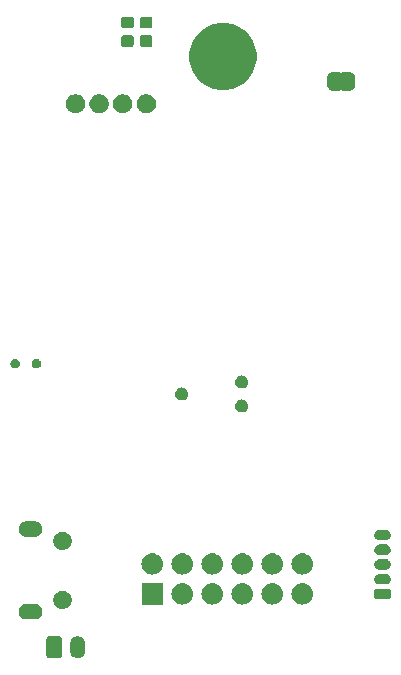
<source format=gbs>
G04 #@! TF.GenerationSoftware,KiCad,Pcbnew,(5.0.1-3-g963ef8bb5)*
G04 #@! TF.CreationDate,2019-11-25T00:54:11+01:00*
G04 #@! TF.ProjectId,oibus-mini-CCC,6F696275732D6D696E692D4343432E6B,rev?*
G04 #@! TF.SameCoordinates,Original*
G04 #@! TF.FileFunction,Soldermask,Bot*
G04 #@! TF.FilePolarity,Negative*
%FSLAX46Y46*%
G04 Gerber Fmt 4.6, Leading zero omitted, Abs format (unit mm)*
G04 Created by KiCad (PCBNEW (5.0.1-3-g963ef8bb5)) date 2019 November 25, Monday 00:54:11*
%MOMM*%
%LPD*%
G01*
G04 APERTURE LIST*
%ADD10C,0.149860*%
G04 APERTURE END LIST*
D10*
G36*
X6327617Y6916580D02*
X6409426Y6891763D01*
X6450332Y6879355D01*
X6472544Y6867482D01*
X6563425Y6818905D01*
X6563427Y6818904D01*
X6563426Y6818904D01*
X6636965Y6758553D01*
X6662553Y6737553D01*
X6743905Y6638426D01*
X6743906Y6638424D01*
X6804355Y6525333D01*
X6816763Y6484427D01*
X6841580Y6402618D01*
X6851000Y6306973D01*
X6851000Y5693027D01*
X6841580Y5597382D01*
X6816763Y5515573D01*
X6804355Y5474667D01*
X6750819Y5374509D01*
X6743905Y5361574D01*
X6662553Y5262447D01*
X6563426Y5181095D01*
X6563424Y5181094D01*
X6450333Y5120645D01*
X6409427Y5108237D01*
X6327618Y5083420D01*
X6200000Y5070851D01*
X6072383Y5083420D01*
X5990574Y5108237D01*
X5949668Y5120645D01*
X5836577Y5181094D01*
X5836575Y5181095D01*
X5737448Y5262447D01*
X5656095Y5361574D01*
X5615795Y5436970D01*
X5595645Y5474667D01*
X5583237Y5515573D01*
X5558420Y5597382D01*
X5549000Y5693027D01*
X5549000Y6306972D01*
X5558420Y6402617D01*
X5595645Y6525331D01*
X5595645Y6525332D01*
X5627957Y6585782D01*
X5656095Y6638425D01*
X5737447Y6737553D01*
X5836574Y6818905D01*
X5871400Y6837520D01*
X5949667Y6879355D01*
X5990573Y6891763D01*
X6072382Y6916580D01*
X6200000Y6929149D01*
X6327617Y6916580D01*
X6327617Y6916580D01*
G37*
G36*
X4691242Y6921596D02*
X4728339Y6910343D01*
X4762520Y6892073D01*
X4792482Y6867482D01*
X4817073Y6837520D01*
X4835343Y6803339D01*
X4846596Y6766242D01*
X4851000Y6721527D01*
X4851000Y5278473D01*
X4846596Y5233758D01*
X4835343Y5196661D01*
X4817073Y5162480D01*
X4792482Y5132518D01*
X4762520Y5107927D01*
X4728339Y5089657D01*
X4691242Y5078404D01*
X4646527Y5074000D01*
X3753473Y5074000D01*
X3708758Y5078404D01*
X3671661Y5089657D01*
X3637480Y5107927D01*
X3607518Y5132518D01*
X3582927Y5162480D01*
X3564657Y5196661D01*
X3553404Y5233758D01*
X3549000Y5278473D01*
X3549000Y6721527D01*
X3553404Y6766242D01*
X3564657Y6803339D01*
X3582927Y6837520D01*
X3607518Y6867482D01*
X3637480Y6892073D01*
X3671661Y6910343D01*
X3708758Y6921596D01*
X3753473Y6926000D01*
X4646527Y6926000D01*
X4691242Y6921596D01*
X4691242Y6921596D01*
G37*
G36*
X2613855Y9647860D02*
X2677618Y9641580D01*
X2759427Y9616763D01*
X2800333Y9604355D01*
X2810351Y9599000D01*
X2913426Y9543905D01*
X3012553Y9462553D01*
X3093905Y9363426D01*
X3093906Y9363424D01*
X3154355Y9250333D01*
X3154355Y9250332D01*
X3191580Y9127618D01*
X3204149Y9000000D01*
X3191580Y8872382D01*
X3166763Y8790573D01*
X3154355Y8749667D01*
X3100819Y8649509D01*
X3093905Y8636574D01*
X3012553Y8537447D01*
X2913426Y8456095D01*
X2913424Y8456094D01*
X2800333Y8395645D01*
X2759427Y8383237D01*
X2677618Y8358420D01*
X2613855Y8352140D01*
X2581974Y8349000D01*
X1818026Y8349000D01*
X1786145Y8352140D01*
X1722382Y8358420D01*
X1640573Y8383237D01*
X1599667Y8395645D01*
X1486576Y8456094D01*
X1486574Y8456095D01*
X1387447Y8537447D01*
X1306095Y8636574D01*
X1299181Y8649509D01*
X1245645Y8749667D01*
X1233237Y8790573D01*
X1208420Y8872382D01*
X1195851Y9000000D01*
X1208420Y9127618D01*
X1245645Y9250332D01*
X1245645Y9250333D01*
X1306094Y9363424D01*
X1306095Y9363426D01*
X1387447Y9462553D01*
X1486574Y9543905D01*
X1589649Y9599000D01*
X1599667Y9604355D01*
X1640573Y9616763D01*
X1722382Y9641580D01*
X1786145Y9647860D01*
X1818026Y9651000D01*
X2581974Y9651000D01*
X2613855Y9647860D01*
X2613855Y9647860D01*
G37*
G36*
X5126349Y10746180D02*
X5126352Y10746179D01*
X5126351Y10746179D01*
X5267574Y10687683D01*
X5267575Y10687682D01*
X5394674Y10602757D01*
X5502757Y10494674D01*
X5502759Y10494671D01*
X5587683Y10367574D01*
X5626235Y10274500D01*
X5646180Y10226349D01*
X5676000Y10076431D01*
X5676000Y9923569D01*
X5646180Y9773651D01*
X5646179Y9773649D01*
X5587683Y9632426D01*
X5587682Y9632425D01*
X5502757Y9505326D01*
X5394674Y9397243D01*
X5394671Y9397241D01*
X5267574Y9312317D01*
X5158343Y9267073D01*
X5126349Y9253820D01*
X4976431Y9224000D01*
X4823569Y9224000D01*
X4673651Y9253820D01*
X4641657Y9267073D01*
X4532426Y9312317D01*
X4405329Y9397241D01*
X4405326Y9397243D01*
X4297243Y9505326D01*
X4212318Y9632425D01*
X4212317Y9632426D01*
X4153821Y9773649D01*
X4153820Y9773651D01*
X4124000Y9923569D01*
X4124000Y10076431D01*
X4153820Y10226349D01*
X4173765Y10274500D01*
X4212317Y10367574D01*
X4297241Y10494671D01*
X4297243Y10494674D01*
X4405326Y10602757D01*
X4532425Y10687682D01*
X4532426Y10687683D01*
X4673649Y10746179D01*
X4673648Y10746179D01*
X4673651Y10746180D01*
X4823569Y10776000D01*
X4976431Y10776000D01*
X5126349Y10746180D01*
X5126349Y10746180D01*
G37*
G36*
X15150442Y11394482D02*
X15216627Y11387963D01*
X15329853Y11353616D01*
X15386467Y11336443D01*
X15525087Y11262348D01*
X15542991Y11252778D01*
X15578729Y11223448D01*
X15680186Y11140186D01*
X15763448Y11038729D01*
X15792778Y11002991D01*
X15792779Y11002989D01*
X15876443Y10846467D01*
X15876443Y10846466D01*
X15927963Y10676627D01*
X15945359Y10500000D01*
X15927963Y10323373D01*
X15899792Y10230507D01*
X15876443Y10153533D01*
X15835229Y10076429D01*
X15792778Y9997009D01*
X15763448Y9961271D01*
X15680186Y9859814D01*
X15578729Y9776552D01*
X15542991Y9747222D01*
X15542989Y9747221D01*
X15386467Y9663557D01*
X15345071Y9651000D01*
X15216627Y9612037D01*
X15150443Y9605519D01*
X15084260Y9599000D01*
X14995740Y9599000D01*
X14929557Y9605519D01*
X14863373Y9612037D01*
X14734929Y9651000D01*
X14693533Y9663557D01*
X14537011Y9747221D01*
X14537009Y9747222D01*
X14501271Y9776552D01*
X14399814Y9859814D01*
X14316552Y9961271D01*
X14287222Y9997009D01*
X14244771Y10076429D01*
X14203557Y10153533D01*
X14180208Y10230507D01*
X14152037Y10323373D01*
X14134641Y10500000D01*
X14152037Y10676627D01*
X14203557Y10846466D01*
X14203557Y10846467D01*
X14287221Y11002989D01*
X14287222Y11002991D01*
X14316552Y11038729D01*
X14399814Y11140186D01*
X14501271Y11223448D01*
X14537009Y11252778D01*
X14554913Y11262348D01*
X14693533Y11336443D01*
X14750147Y11353616D01*
X14863373Y11387963D01*
X14929558Y11394482D01*
X14995740Y11401000D01*
X15084260Y11401000D01*
X15150442Y11394482D01*
X15150442Y11394482D01*
G37*
G36*
X13401000Y9599000D02*
X11599000Y9599000D01*
X11599000Y11401000D01*
X13401000Y11401000D01*
X13401000Y9599000D01*
X13401000Y9599000D01*
G37*
G36*
X20230442Y11394482D02*
X20296627Y11387963D01*
X20409853Y11353616D01*
X20466467Y11336443D01*
X20605087Y11262348D01*
X20622991Y11252778D01*
X20658729Y11223448D01*
X20760186Y11140186D01*
X20843448Y11038729D01*
X20872778Y11002991D01*
X20872779Y11002989D01*
X20956443Y10846467D01*
X20956443Y10846466D01*
X21007963Y10676627D01*
X21025359Y10500000D01*
X21007963Y10323373D01*
X20979792Y10230507D01*
X20956443Y10153533D01*
X20915229Y10076429D01*
X20872778Y9997009D01*
X20843448Y9961271D01*
X20760186Y9859814D01*
X20658729Y9776552D01*
X20622991Y9747222D01*
X20622989Y9747221D01*
X20466467Y9663557D01*
X20425071Y9651000D01*
X20296627Y9612037D01*
X20230443Y9605519D01*
X20164260Y9599000D01*
X20075740Y9599000D01*
X20009557Y9605519D01*
X19943373Y9612037D01*
X19814929Y9651000D01*
X19773533Y9663557D01*
X19617011Y9747221D01*
X19617009Y9747222D01*
X19581271Y9776552D01*
X19479814Y9859814D01*
X19396552Y9961271D01*
X19367222Y9997009D01*
X19324771Y10076429D01*
X19283557Y10153533D01*
X19260208Y10230507D01*
X19232037Y10323373D01*
X19214641Y10500000D01*
X19232037Y10676627D01*
X19283557Y10846466D01*
X19283557Y10846467D01*
X19367221Y11002989D01*
X19367222Y11002991D01*
X19396552Y11038729D01*
X19479814Y11140186D01*
X19581271Y11223448D01*
X19617009Y11252778D01*
X19634913Y11262348D01*
X19773533Y11336443D01*
X19830147Y11353616D01*
X19943373Y11387963D01*
X20009558Y11394482D01*
X20075740Y11401000D01*
X20164260Y11401000D01*
X20230442Y11394482D01*
X20230442Y11394482D01*
G37*
G36*
X22770442Y11394482D02*
X22836627Y11387963D01*
X22949853Y11353616D01*
X23006467Y11336443D01*
X23145087Y11262348D01*
X23162991Y11252778D01*
X23198729Y11223448D01*
X23300186Y11140186D01*
X23383448Y11038729D01*
X23412778Y11002991D01*
X23412779Y11002989D01*
X23496443Y10846467D01*
X23496443Y10846466D01*
X23547963Y10676627D01*
X23565359Y10500000D01*
X23547963Y10323373D01*
X23519792Y10230507D01*
X23496443Y10153533D01*
X23455229Y10076429D01*
X23412778Y9997009D01*
X23383448Y9961271D01*
X23300186Y9859814D01*
X23198729Y9776552D01*
X23162991Y9747222D01*
X23162989Y9747221D01*
X23006467Y9663557D01*
X22965071Y9651000D01*
X22836627Y9612037D01*
X22770443Y9605519D01*
X22704260Y9599000D01*
X22615740Y9599000D01*
X22549557Y9605519D01*
X22483373Y9612037D01*
X22354929Y9651000D01*
X22313533Y9663557D01*
X22157011Y9747221D01*
X22157009Y9747222D01*
X22121271Y9776552D01*
X22019814Y9859814D01*
X21936552Y9961271D01*
X21907222Y9997009D01*
X21864771Y10076429D01*
X21823557Y10153533D01*
X21800208Y10230507D01*
X21772037Y10323373D01*
X21754641Y10500000D01*
X21772037Y10676627D01*
X21823557Y10846466D01*
X21823557Y10846467D01*
X21907221Y11002989D01*
X21907222Y11002991D01*
X21936552Y11038729D01*
X22019814Y11140186D01*
X22121271Y11223448D01*
X22157009Y11252778D01*
X22174913Y11262348D01*
X22313533Y11336443D01*
X22370147Y11353616D01*
X22483373Y11387963D01*
X22549558Y11394482D01*
X22615740Y11401000D01*
X22704260Y11401000D01*
X22770442Y11394482D01*
X22770442Y11394482D01*
G37*
G36*
X25310442Y11394482D02*
X25376627Y11387963D01*
X25489853Y11353616D01*
X25546467Y11336443D01*
X25685087Y11262348D01*
X25702991Y11252778D01*
X25738729Y11223448D01*
X25840186Y11140186D01*
X25923448Y11038729D01*
X25952778Y11002991D01*
X25952779Y11002989D01*
X26036443Y10846467D01*
X26036443Y10846466D01*
X26087963Y10676627D01*
X26105359Y10500000D01*
X26087963Y10323373D01*
X26059792Y10230507D01*
X26036443Y10153533D01*
X25995229Y10076429D01*
X25952778Y9997009D01*
X25923448Y9961271D01*
X25840186Y9859814D01*
X25738729Y9776552D01*
X25702991Y9747222D01*
X25702989Y9747221D01*
X25546467Y9663557D01*
X25505071Y9651000D01*
X25376627Y9612037D01*
X25310443Y9605519D01*
X25244260Y9599000D01*
X25155740Y9599000D01*
X25089557Y9605519D01*
X25023373Y9612037D01*
X24894929Y9651000D01*
X24853533Y9663557D01*
X24697011Y9747221D01*
X24697009Y9747222D01*
X24661271Y9776552D01*
X24559814Y9859814D01*
X24476552Y9961271D01*
X24447222Y9997009D01*
X24404771Y10076429D01*
X24363557Y10153533D01*
X24340208Y10230507D01*
X24312037Y10323373D01*
X24294641Y10500000D01*
X24312037Y10676627D01*
X24363557Y10846466D01*
X24363557Y10846467D01*
X24447221Y11002989D01*
X24447222Y11002991D01*
X24476552Y11038729D01*
X24559814Y11140186D01*
X24661271Y11223448D01*
X24697009Y11252778D01*
X24714913Y11262348D01*
X24853533Y11336443D01*
X24910147Y11353616D01*
X25023373Y11387963D01*
X25089558Y11394482D01*
X25155740Y11401000D01*
X25244260Y11401000D01*
X25310442Y11394482D01*
X25310442Y11394482D01*
G37*
G36*
X17690442Y11394482D02*
X17756627Y11387963D01*
X17869853Y11353616D01*
X17926467Y11336443D01*
X18065087Y11262348D01*
X18082991Y11252778D01*
X18118729Y11223448D01*
X18220186Y11140186D01*
X18303448Y11038729D01*
X18332778Y11002991D01*
X18332779Y11002989D01*
X18416443Y10846467D01*
X18416443Y10846466D01*
X18467963Y10676627D01*
X18485359Y10500000D01*
X18467963Y10323373D01*
X18439792Y10230507D01*
X18416443Y10153533D01*
X18375229Y10076429D01*
X18332778Y9997009D01*
X18303448Y9961271D01*
X18220186Y9859814D01*
X18118729Y9776552D01*
X18082991Y9747222D01*
X18082989Y9747221D01*
X17926467Y9663557D01*
X17885071Y9651000D01*
X17756627Y9612037D01*
X17690443Y9605519D01*
X17624260Y9599000D01*
X17535740Y9599000D01*
X17469557Y9605519D01*
X17403373Y9612037D01*
X17274929Y9651000D01*
X17233533Y9663557D01*
X17077011Y9747221D01*
X17077009Y9747222D01*
X17041271Y9776552D01*
X16939814Y9859814D01*
X16856552Y9961271D01*
X16827222Y9997009D01*
X16784771Y10076429D01*
X16743557Y10153533D01*
X16720208Y10230507D01*
X16692037Y10323373D01*
X16674641Y10500000D01*
X16692037Y10676627D01*
X16743557Y10846466D01*
X16743557Y10846467D01*
X16827221Y11002989D01*
X16827222Y11002991D01*
X16856552Y11038729D01*
X16939814Y11140186D01*
X17041271Y11223448D01*
X17077009Y11252778D01*
X17094913Y11262348D01*
X17233533Y11336443D01*
X17290147Y11353616D01*
X17403373Y11387963D01*
X17469558Y11394482D01*
X17535740Y11401000D01*
X17624260Y11401000D01*
X17690442Y11394482D01*
X17690442Y11394482D01*
G37*
G36*
X32569683Y10947275D02*
X32600144Y10938034D01*
X32628223Y10923025D01*
X32652831Y10902831D01*
X32673025Y10878223D01*
X32688034Y10850144D01*
X32697275Y10819683D01*
X32701000Y10781860D01*
X32701000Y10218140D01*
X32697275Y10180317D01*
X32688034Y10149856D01*
X32673025Y10121777D01*
X32652831Y10097169D01*
X32628223Y10076975D01*
X32600144Y10061966D01*
X32569683Y10052725D01*
X32531860Y10049000D01*
X31468140Y10049000D01*
X31430317Y10052725D01*
X31399856Y10061966D01*
X31371777Y10076975D01*
X31347169Y10097169D01*
X31326975Y10121777D01*
X31311966Y10149856D01*
X31302725Y10180317D01*
X31299000Y10218140D01*
X31299000Y10781860D01*
X31302725Y10819683D01*
X31311966Y10850144D01*
X31326975Y10878223D01*
X31347169Y10902831D01*
X31371777Y10923025D01*
X31399856Y10938034D01*
X31430317Y10947275D01*
X31468140Y10951000D01*
X32531860Y10951000D01*
X32569683Y10947275D01*
X32569683Y10947275D01*
G37*
G36*
X32338413Y12194475D02*
X32413456Y12171710D01*
X32423425Y12168686D01*
X32501774Y12126807D01*
X32570448Y12070448D01*
X32626807Y12001774D01*
X32668686Y11923425D01*
X32668687Y11923421D01*
X32694475Y11838413D01*
X32703182Y11750000D01*
X32694475Y11661587D01*
X32671710Y11586544D01*
X32668686Y11576575D01*
X32626807Y11498226D01*
X32570448Y11429552D01*
X32501774Y11373193D01*
X32423425Y11331314D01*
X32413456Y11328290D01*
X32338413Y11305525D01*
X32272158Y11299000D01*
X31727842Y11299000D01*
X31661587Y11305525D01*
X31586544Y11328290D01*
X31576575Y11331314D01*
X31498226Y11373193D01*
X31429552Y11429552D01*
X31373193Y11498226D01*
X31331314Y11576575D01*
X31328290Y11586544D01*
X31305525Y11661587D01*
X31296818Y11750000D01*
X31305525Y11838413D01*
X31331313Y11923421D01*
X31331314Y11923425D01*
X31373193Y12001774D01*
X31429552Y12070448D01*
X31498226Y12126807D01*
X31576575Y12168686D01*
X31586544Y12171710D01*
X31661587Y12194475D01*
X31727842Y12201000D01*
X32272158Y12201000D01*
X32338413Y12194475D01*
X32338413Y12194475D01*
G37*
G36*
X17690443Y13934481D02*
X17756627Y13927963D01*
X17869853Y13893616D01*
X17926467Y13876443D01*
X18010896Y13831314D01*
X18082991Y13792778D01*
X18118729Y13763448D01*
X18220186Y13680186D01*
X18303448Y13578729D01*
X18332778Y13542991D01*
X18332779Y13542989D01*
X18416443Y13386467D01*
X18433616Y13329853D01*
X18467963Y13216627D01*
X18485359Y13040000D01*
X18467963Y12863373D01*
X18456800Y12826575D01*
X18416443Y12693533D01*
X18378845Y12623194D01*
X18332778Y12537009D01*
X18303448Y12501271D01*
X18220186Y12399814D01*
X18118729Y12316552D01*
X18082991Y12287222D01*
X18082989Y12287221D01*
X17926467Y12203557D01*
X17869853Y12186384D01*
X17756627Y12152037D01*
X17690443Y12145519D01*
X17624260Y12139000D01*
X17535740Y12139000D01*
X17469558Y12145518D01*
X17403373Y12152037D01*
X17290147Y12186384D01*
X17233533Y12203557D01*
X17077011Y12287221D01*
X17077009Y12287222D01*
X17041271Y12316552D01*
X16939814Y12399814D01*
X16856552Y12501271D01*
X16827222Y12537009D01*
X16781155Y12623194D01*
X16743557Y12693533D01*
X16703200Y12826575D01*
X16692037Y12863373D01*
X16674641Y13040000D01*
X16692037Y13216627D01*
X16726384Y13329853D01*
X16743557Y13386467D01*
X16827221Y13542989D01*
X16827222Y13542991D01*
X16856552Y13578729D01*
X16939814Y13680186D01*
X17041271Y13763448D01*
X17077009Y13792778D01*
X17149104Y13831314D01*
X17233533Y13876443D01*
X17290147Y13893616D01*
X17403373Y13927963D01*
X17469557Y13934481D01*
X17535740Y13941000D01*
X17624260Y13941000D01*
X17690443Y13934481D01*
X17690443Y13934481D01*
G37*
G36*
X20230443Y13934481D02*
X20296627Y13927963D01*
X20409853Y13893616D01*
X20466467Y13876443D01*
X20550896Y13831314D01*
X20622991Y13792778D01*
X20658729Y13763448D01*
X20760186Y13680186D01*
X20843448Y13578729D01*
X20872778Y13542991D01*
X20872779Y13542989D01*
X20956443Y13386467D01*
X20973616Y13329853D01*
X21007963Y13216627D01*
X21025359Y13040000D01*
X21007963Y12863373D01*
X20996800Y12826575D01*
X20956443Y12693533D01*
X20918845Y12623194D01*
X20872778Y12537009D01*
X20843448Y12501271D01*
X20760186Y12399814D01*
X20658729Y12316552D01*
X20622991Y12287222D01*
X20622989Y12287221D01*
X20466467Y12203557D01*
X20409853Y12186384D01*
X20296627Y12152037D01*
X20230443Y12145519D01*
X20164260Y12139000D01*
X20075740Y12139000D01*
X20009558Y12145518D01*
X19943373Y12152037D01*
X19830147Y12186384D01*
X19773533Y12203557D01*
X19617011Y12287221D01*
X19617009Y12287222D01*
X19581271Y12316552D01*
X19479814Y12399814D01*
X19396552Y12501271D01*
X19367222Y12537009D01*
X19321155Y12623194D01*
X19283557Y12693533D01*
X19243200Y12826575D01*
X19232037Y12863373D01*
X19214641Y13040000D01*
X19232037Y13216627D01*
X19266384Y13329853D01*
X19283557Y13386467D01*
X19367221Y13542989D01*
X19367222Y13542991D01*
X19396552Y13578729D01*
X19479814Y13680186D01*
X19581271Y13763448D01*
X19617009Y13792778D01*
X19689104Y13831314D01*
X19773533Y13876443D01*
X19830147Y13893616D01*
X19943373Y13927963D01*
X20009557Y13934481D01*
X20075740Y13941000D01*
X20164260Y13941000D01*
X20230443Y13934481D01*
X20230443Y13934481D01*
G37*
G36*
X22770443Y13934481D02*
X22836627Y13927963D01*
X22949853Y13893616D01*
X23006467Y13876443D01*
X23090896Y13831314D01*
X23162991Y13792778D01*
X23198729Y13763448D01*
X23300186Y13680186D01*
X23383448Y13578729D01*
X23412778Y13542991D01*
X23412779Y13542989D01*
X23496443Y13386467D01*
X23513616Y13329853D01*
X23547963Y13216627D01*
X23565359Y13040000D01*
X23547963Y12863373D01*
X23536800Y12826575D01*
X23496443Y12693533D01*
X23458845Y12623194D01*
X23412778Y12537009D01*
X23383448Y12501271D01*
X23300186Y12399814D01*
X23198729Y12316552D01*
X23162991Y12287222D01*
X23162989Y12287221D01*
X23006467Y12203557D01*
X22949853Y12186384D01*
X22836627Y12152037D01*
X22770443Y12145519D01*
X22704260Y12139000D01*
X22615740Y12139000D01*
X22549558Y12145518D01*
X22483373Y12152037D01*
X22370147Y12186384D01*
X22313533Y12203557D01*
X22157011Y12287221D01*
X22157009Y12287222D01*
X22121271Y12316552D01*
X22019814Y12399814D01*
X21936552Y12501271D01*
X21907222Y12537009D01*
X21861155Y12623194D01*
X21823557Y12693533D01*
X21783200Y12826575D01*
X21772037Y12863373D01*
X21754641Y13040000D01*
X21772037Y13216627D01*
X21806384Y13329853D01*
X21823557Y13386467D01*
X21907221Y13542989D01*
X21907222Y13542991D01*
X21936552Y13578729D01*
X22019814Y13680186D01*
X22121271Y13763448D01*
X22157009Y13792778D01*
X22229104Y13831314D01*
X22313533Y13876443D01*
X22370147Y13893616D01*
X22483373Y13927963D01*
X22549557Y13934481D01*
X22615740Y13941000D01*
X22704260Y13941000D01*
X22770443Y13934481D01*
X22770443Y13934481D01*
G37*
G36*
X12610443Y13934481D02*
X12676627Y13927963D01*
X12789853Y13893616D01*
X12846467Y13876443D01*
X12930896Y13831314D01*
X13002991Y13792778D01*
X13038729Y13763448D01*
X13140186Y13680186D01*
X13223448Y13578729D01*
X13252778Y13542991D01*
X13252779Y13542989D01*
X13336443Y13386467D01*
X13353616Y13329853D01*
X13387963Y13216627D01*
X13405359Y13040000D01*
X13387963Y12863373D01*
X13376800Y12826575D01*
X13336443Y12693533D01*
X13298845Y12623194D01*
X13252778Y12537009D01*
X13223448Y12501271D01*
X13140186Y12399814D01*
X13038729Y12316552D01*
X13002991Y12287222D01*
X13002989Y12287221D01*
X12846467Y12203557D01*
X12789853Y12186384D01*
X12676627Y12152037D01*
X12610443Y12145519D01*
X12544260Y12139000D01*
X12455740Y12139000D01*
X12389558Y12145518D01*
X12323373Y12152037D01*
X12210147Y12186384D01*
X12153533Y12203557D01*
X11997011Y12287221D01*
X11997009Y12287222D01*
X11961271Y12316552D01*
X11859814Y12399814D01*
X11776552Y12501271D01*
X11747222Y12537009D01*
X11701155Y12623194D01*
X11663557Y12693533D01*
X11623200Y12826575D01*
X11612037Y12863373D01*
X11594641Y13040000D01*
X11612037Y13216627D01*
X11646384Y13329853D01*
X11663557Y13386467D01*
X11747221Y13542989D01*
X11747222Y13542991D01*
X11776552Y13578729D01*
X11859814Y13680186D01*
X11961271Y13763448D01*
X11997009Y13792778D01*
X12069104Y13831314D01*
X12153533Y13876443D01*
X12210147Y13893616D01*
X12323373Y13927963D01*
X12389557Y13934481D01*
X12455740Y13941000D01*
X12544260Y13941000D01*
X12610443Y13934481D01*
X12610443Y13934481D01*
G37*
G36*
X15150443Y13934481D02*
X15216627Y13927963D01*
X15329853Y13893616D01*
X15386467Y13876443D01*
X15470896Y13831314D01*
X15542991Y13792778D01*
X15578729Y13763448D01*
X15680186Y13680186D01*
X15763448Y13578729D01*
X15792778Y13542991D01*
X15792779Y13542989D01*
X15876443Y13386467D01*
X15893616Y13329853D01*
X15927963Y13216627D01*
X15945359Y13040000D01*
X15927963Y12863373D01*
X15916800Y12826575D01*
X15876443Y12693533D01*
X15838845Y12623194D01*
X15792778Y12537009D01*
X15763448Y12501271D01*
X15680186Y12399814D01*
X15578729Y12316552D01*
X15542991Y12287222D01*
X15542989Y12287221D01*
X15386467Y12203557D01*
X15329853Y12186384D01*
X15216627Y12152037D01*
X15150443Y12145519D01*
X15084260Y12139000D01*
X14995740Y12139000D01*
X14929558Y12145518D01*
X14863373Y12152037D01*
X14750147Y12186384D01*
X14693533Y12203557D01*
X14537011Y12287221D01*
X14537009Y12287222D01*
X14501271Y12316552D01*
X14399814Y12399814D01*
X14316552Y12501271D01*
X14287222Y12537009D01*
X14241155Y12623194D01*
X14203557Y12693533D01*
X14163200Y12826575D01*
X14152037Y12863373D01*
X14134641Y13040000D01*
X14152037Y13216627D01*
X14186384Y13329853D01*
X14203557Y13386467D01*
X14287221Y13542989D01*
X14287222Y13542991D01*
X14316552Y13578729D01*
X14399814Y13680186D01*
X14501271Y13763448D01*
X14537009Y13792778D01*
X14609104Y13831314D01*
X14693533Y13876443D01*
X14750147Y13893616D01*
X14863373Y13927963D01*
X14929557Y13934481D01*
X14995740Y13941000D01*
X15084260Y13941000D01*
X15150443Y13934481D01*
X15150443Y13934481D01*
G37*
G36*
X25310443Y13934481D02*
X25376627Y13927963D01*
X25489853Y13893616D01*
X25546467Y13876443D01*
X25630896Y13831314D01*
X25702991Y13792778D01*
X25738729Y13763448D01*
X25840186Y13680186D01*
X25923448Y13578729D01*
X25952778Y13542991D01*
X25952779Y13542989D01*
X26036443Y13386467D01*
X26053616Y13329853D01*
X26087963Y13216627D01*
X26105359Y13040000D01*
X26087963Y12863373D01*
X26076800Y12826575D01*
X26036443Y12693533D01*
X25998845Y12623194D01*
X25952778Y12537009D01*
X25923448Y12501271D01*
X25840186Y12399814D01*
X25738729Y12316552D01*
X25702991Y12287222D01*
X25702989Y12287221D01*
X25546467Y12203557D01*
X25489853Y12186384D01*
X25376627Y12152037D01*
X25310443Y12145519D01*
X25244260Y12139000D01*
X25155740Y12139000D01*
X25089558Y12145518D01*
X25023373Y12152037D01*
X24910147Y12186384D01*
X24853533Y12203557D01*
X24697011Y12287221D01*
X24697009Y12287222D01*
X24661271Y12316552D01*
X24559814Y12399814D01*
X24476552Y12501271D01*
X24447222Y12537009D01*
X24401155Y12623194D01*
X24363557Y12693533D01*
X24323200Y12826575D01*
X24312037Y12863373D01*
X24294641Y13040000D01*
X24312037Y13216627D01*
X24346384Y13329853D01*
X24363557Y13386467D01*
X24447221Y13542989D01*
X24447222Y13542991D01*
X24476552Y13578729D01*
X24559814Y13680186D01*
X24661271Y13763448D01*
X24697009Y13792778D01*
X24769104Y13831314D01*
X24853533Y13876443D01*
X24910147Y13893616D01*
X25023373Y13927963D01*
X25089557Y13934481D01*
X25155740Y13941000D01*
X25244260Y13941000D01*
X25310443Y13934481D01*
X25310443Y13934481D01*
G37*
G36*
X32338413Y13444475D02*
X32413456Y13421710D01*
X32423425Y13418686D01*
X32501774Y13376807D01*
X32570448Y13320448D01*
X32626807Y13251774D01*
X32668686Y13173425D01*
X32668687Y13173421D01*
X32694475Y13088413D01*
X32703182Y13000000D01*
X32694475Y12911587D01*
X32671710Y12836544D01*
X32668686Y12826575D01*
X32626807Y12748226D01*
X32570448Y12679552D01*
X32501774Y12623193D01*
X32423425Y12581314D01*
X32413456Y12578290D01*
X32338413Y12555525D01*
X32272158Y12549000D01*
X31727842Y12549000D01*
X31661587Y12555525D01*
X31586544Y12578290D01*
X31576575Y12581314D01*
X31498226Y12623193D01*
X31429552Y12679552D01*
X31373193Y12748226D01*
X31331314Y12826575D01*
X31328290Y12836544D01*
X31305525Y12911587D01*
X31296818Y13000000D01*
X31305525Y13088413D01*
X31331313Y13173421D01*
X31331314Y13173425D01*
X31373193Y13251774D01*
X31429552Y13320448D01*
X31498226Y13376807D01*
X31576575Y13418686D01*
X31586544Y13421710D01*
X31661587Y13444475D01*
X31727842Y13451000D01*
X32272158Y13451000D01*
X32338413Y13444475D01*
X32338413Y13444475D01*
G37*
G36*
X32338413Y14694475D02*
X32413456Y14671710D01*
X32423425Y14668686D01*
X32501774Y14626807D01*
X32570448Y14570448D01*
X32626807Y14501774D01*
X32668686Y14423425D01*
X32668687Y14423421D01*
X32694475Y14338413D01*
X32703182Y14250000D01*
X32694475Y14161587D01*
X32671710Y14086544D01*
X32668686Y14076575D01*
X32626807Y13998226D01*
X32570448Y13929552D01*
X32501774Y13873193D01*
X32423425Y13831314D01*
X32413456Y13828290D01*
X32338413Y13805525D01*
X32272158Y13799000D01*
X31727842Y13799000D01*
X31661587Y13805525D01*
X31586544Y13828290D01*
X31576575Y13831314D01*
X31498226Y13873193D01*
X31429552Y13929552D01*
X31373193Y13998226D01*
X31331314Y14076575D01*
X31328290Y14086544D01*
X31305525Y14161587D01*
X31296818Y14250000D01*
X31305525Y14338413D01*
X31331313Y14423421D01*
X31331314Y14423425D01*
X31373193Y14501774D01*
X31429552Y14570448D01*
X31498226Y14626807D01*
X31576575Y14668686D01*
X31586544Y14671710D01*
X31661587Y14694475D01*
X31727842Y14701000D01*
X32272158Y14701000D01*
X32338413Y14694475D01*
X32338413Y14694475D01*
G37*
G36*
X5126349Y15746180D02*
X5126352Y15746179D01*
X5126351Y15746179D01*
X5267574Y15687683D01*
X5392956Y15603905D01*
X5394674Y15602757D01*
X5502757Y15494674D01*
X5502759Y15494671D01*
X5587683Y15367574D01*
X5604665Y15326575D01*
X5646180Y15226349D01*
X5676000Y15076431D01*
X5676000Y14923569D01*
X5646180Y14773651D01*
X5646179Y14773649D01*
X5587683Y14632426D01*
X5546270Y14570448D01*
X5502757Y14505326D01*
X5394674Y14397243D01*
X5394671Y14397241D01*
X5267574Y14312317D01*
X5158343Y14267073D01*
X5126349Y14253820D01*
X4976431Y14224000D01*
X4823569Y14224000D01*
X4673651Y14253820D01*
X4641657Y14267073D01*
X4532426Y14312317D01*
X4405329Y14397241D01*
X4405326Y14397243D01*
X4297243Y14505326D01*
X4253730Y14570448D01*
X4212317Y14632426D01*
X4153821Y14773649D01*
X4153820Y14773651D01*
X4124000Y14923569D01*
X4124000Y15076431D01*
X4153820Y15226349D01*
X4195335Y15326575D01*
X4212317Y15367574D01*
X4297241Y15494671D01*
X4297243Y15494674D01*
X4405326Y15602757D01*
X4407044Y15603905D01*
X4532426Y15687683D01*
X4673649Y15746179D01*
X4673648Y15746179D01*
X4673651Y15746180D01*
X4823569Y15776000D01*
X4976431Y15776000D01*
X5126349Y15746180D01*
X5126349Y15746180D01*
G37*
G36*
X32338413Y15944475D02*
X32413456Y15921710D01*
X32423425Y15918686D01*
X32501774Y15876807D01*
X32570448Y15820448D01*
X32626807Y15751774D01*
X32668686Y15673425D01*
X32668687Y15673421D01*
X32694475Y15588413D01*
X32703182Y15500000D01*
X32694475Y15411587D01*
X32671710Y15336544D01*
X32668686Y15326575D01*
X32626807Y15248226D01*
X32570448Y15179552D01*
X32501774Y15123193D01*
X32423425Y15081314D01*
X32413456Y15078290D01*
X32338413Y15055525D01*
X32272158Y15049000D01*
X31727842Y15049000D01*
X31661587Y15055525D01*
X31586544Y15078290D01*
X31576575Y15081314D01*
X31498226Y15123193D01*
X31429552Y15179552D01*
X31373193Y15248226D01*
X31331314Y15326575D01*
X31328290Y15336544D01*
X31305525Y15411587D01*
X31296818Y15500000D01*
X31305525Y15588413D01*
X31331313Y15673421D01*
X31331314Y15673425D01*
X31373193Y15751774D01*
X31429552Y15820448D01*
X31498226Y15876807D01*
X31576575Y15918686D01*
X31586544Y15921710D01*
X31661587Y15944475D01*
X31727842Y15951000D01*
X32272158Y15951000D01*
X32338413Y15944475D01*
X32338413Y15944475D01*
G37*
G36*
X2613855Y16647860D02*
X2677618Y16641580D01*
X2759427Y16616763D01*
X2800333Y16604355D01*
X2900491Y16550819D01*
X2913426Y16543905D01*
X3012553Y16462553D01*
X3093905Y16363426D01*
X3093906Y16363424D01*
X3154355Y16250333D01*
X3154355Y16250332D01*
X3191580Y16127618D01*
X3204149Y16000000D01*
X3191580Y15872382D01*
X3175826Y15820448D01*
X3154355Y15749667D01*
X3121223Y15687682D01*
X3093905Y15636574D01*
X3012553Y15537447D01*
X2913426Y15456095D01*
X2913424Y15456094D01*
X2800333Y15395645D01*
X2759427Y15383237D01*
X2677618Y15358420D01*
X2613855Y15352140D01*
X2581974Y15349000D01*
X1818026Y15349000D01*
X1786145Y15352140D01*
X1722382Y15358420D01*
X1640573Y15383237D01*
X1599667Y15395645D01*
X1486576Y15456094D01*
X1486574Y15456095D01*
X1387447Y15537447D01*
X1306095Y15636574D01*
X1278777Y15687682D01*
X1245645Y15749667D01*
X1224174Y15820448D01*
X1208420Y15872382D01*
X1195851Y16000000D01*
X1208420Y16127618D01*
X1245645Y16250332D01*
X1245645Y16250333D01*
X1306094Y16363424D01*
X1306095Y16363426D01*
X1387447Y16462553D01*
X1486574Y16543905D01*
X1499509Y16550819D01*
X1599667Y16604355D01*
X1640573Y16616763D01*
X1722382Y16641580D01*
X1786145Y16647860D01*
X1818026Y16651000D01*
X2581974Y16651000D01*
X2613855Y16647860D01*
X2613855Y16647860D01*
G37*
G36*
X20229350Y26944306D02*
X20328770Y26903125D01*
X20418249Y26843337D01*
X20494337Y26767249D01*
X20554125Y26677770D01*
X20595306Y26578350D01*
X20616300Y26472806D01*
X20616300Y26365194D01*
X20595306Y26259650D01*
X20554125Y26160230D01*
X20494337Y26070751D01*
X20418249Y25994663D01*
X20418246Y25994661D01*
X20328770Y25934875D01*
X20229350Y25893694D01*
X20123806Y25872700D01*
X20016194Y25872700D01*
X19910650Y25893694D01*
X19811230Y25934875D01*
X19721754Y25994661D01*
X19721751Y25994663D01*
X19645663Y26070751D01*
X19585875Y26160230D01*
X19544694Y26259650D01*
X19523700Y26365194D01*
X19523700Y26472806D01*
X19544694Y26578350D01*
X19585875Y26677770D01*
X19645663Y26767249D01*
X19721751Y26843337D01*
X19811230Y26903125D01*
X19910650Y26944306D01*
X20016194Y26965300D01*
X20123806Y26965300D01*
X20229350Y26944306D01*
X20229350Y26944306D01*
G37*
G36*
X15149350Y27960306D02*
X15248770Y27919125D01*
X15338249Y27859337D01*
X15414337Y27783249D01*
X15474125Y27693770D01*
X15515306Y27594350D01*
X15536300Y27488806D01*
X15536300Y27381194D01*
X15515306Y27275650D01*
X15474125Y27176230D01*
X15414337Y27086751D01*
X15338249Y27010663D01*
X15338246Y27010661D01*
X15248770Y26950875D01*
X15149350Y26909694D01*
X15043806Y26888700D01*
X14936194Y26888700D01*
X14830650Y26909694D01*
X14731230Y26950875D01*
X14641754Y27010661D01*
X14641751Y27010663D01*
X14565663Y27086751D01*
X14505875Y27176230D01*
X14464694Y27275650D01*
X14443700Y27381194D01*
X14443700Y27488806D01*
X14464694Y27594350D01*
X14505875Y27693770D01*
X14565663Y27783249D01*
X14641751Y27859337D01*
X14731230Y27919125D01*
X14830650Y27960306D01*
X14936194Y27981300D01*
X15043806Y27981300D01*
X15149350Y27960306D01*
X15149350Y27960306D01*
G37*
G36*
X20229350Y28976306D02*
X20328770Y28935125D01*
X20418249Y28875337D01*
X20494337Y28799249D01*
X20554125Y28709770D01*
X20595306Y28610350D01*
X20616300Y28504806D01*
X20616300Y28397194D01*
X20595306Y28291650D01*
X20554125Y28192230D01*
X20494337Y28102751D01*
X20418249Y28026663D01*
X20418246Y28026661D01*
X20328770Y27966875D01*
X20229350Y27925694D01*
X20123806Y27904700D01*
X20016194Y27904700D01*
X19910650Y27925694D01*
X19811230Y27966875D01*
X19721754Y28026661D01*
X19721751Y28026663D01*
X19645663Y28102751D01*
X19585875Y28192230D01*
X19544694Y28291650D01*
X19523700Y28397194D01*
X19523700Y28504806D01*
X19544694Y28610350D01*
X19585875Y28709770D01*
X19645663Y28799249D01*
X19721751Y28875337D01*
X19811230Y28935125D01*
X19910650Y28976306D01*
X20016194Y28997300D01*
X20123806Y28997300D01*
X20229350Y28976306D01*
X20229350Y28976306D01*
G37*
G36*
X965319Y30395863D02*
X1016967Y30385590D01*
X1089945Y30355361D01*
X1155625Y30311475D01*
X1211475Y30255625D01*
X1211477Y30255622D01*
X1255361Y30189945D01*
X1285590Y30116967D01*
X1301000Y30039495D01*
X1301000Y29960505D01*
X1285590Y29883033D01*
X1255361Y29810055D01*
X1211475Y29744375D01*
X1155625Y29688525D01*
X1155622Y29688523D01*
X1089945Y29644639D01*
X1016967Y29614410D01*
X965319Y29604137D01*
X939496Y29599000D01*
X860504Y29599000D01*
X834681Y29604137D01*
X783033Y29614410D01*
X710055Y29644639D01*
X644378Y29688523D01*
X644375Y29688525D01*
X588525Y29744375D01*
X544639Y29810055D01*
X514410Y29883033D01*
X499000Y29960505D01*
X499000Y30039495D01*
X514410Y30116967D01*
X544639Y30189945D01*
X588523Y30255622D01*
X588525Y30255625D01*
X644375Y30311475D01*
X710055Y30355361D01*
X783033Y30385590D01*
X834681Y30395863D01*
X860504Y30401000D01*
X939496Y30401000D01*
X965319Y30395863D01*
X965319Y30395863D01*
G37*
G36*
X2765319Y30395863D02*
X2816967Y30385590D01*
X2889945Y30355361D01*
X2955625Y30311475D01*
X3011475Y30255625D01*
X3011477Y30255622D01*
X3055361Y30189945D01*
X3085590Y30116967D01*
X3101000Y30039495D01*
X3101000Y29960505D01*
X3085590Y29883033D01*
X3055361Y29810055D01*
X3011475Y29744375D01*
X2955625Y29688525D01*
X2955622Y29688523D01*
X2889945Y29644639D01*
X2816967Y29614410D01*
X2765319Y29604137D01*
X2739496Y29599000D01*
X2660504Y29599000D01*
X2634681Y29604137D01*
X2583033Y29614410D01*
X2510055Y29644639D01*
X2444378Y29688523D01*
X2444375Y29688525D01*
X2388525Y29744375D01*
X2344639Y29810055D01*
X2314410Y29883033D01*
X2299000Y29960505D01*
X2299000Y30039495D01*
X2314410Y30116967D01*
X2344639Y30189945D01*
X2388523Y30255622D01*
X2388525Y30255625D01*
X2444375Y30311475D01*
X2510055Y30355361D01*
X2583033Y30385590D01*
X2634681Y30395863D01*
X2660504Y30401000D01*
X2739496Y30401000D01*
X2765319Y30395863D01*
X2765319Y30395863D01*
G37*
G36*
X6237142Y52781758D02*
X6385102Y52720470D01*
X6518258Y52631498D01*
X6631498Y52518258D01*
X6720470Y52385102D01*
X6781758Y52237142D01*
X6813000Y52080075D01*
X6813000Y51919925D01*
X6781758Y51762858D01*
X6720470Y51614898D01*
X6631498Y51481742D01*
X6518258Y51368502D01*
X6385102Y51279530D01*
X6237142Y51218242D01*
X6080075Y51187000D01*
X5919925Y51187000D01*
X5762858Y51218242D01*
X5614898Y51279530D01*
X5481742Y51368502D01*
X5368502Y51481742D01*
X5279530Y51614898D01*
X5218242Y51762858D01*
X5187000Y51919925D01*
X5187000Y52080075D01*
X5218242Y52237142D01*
X5279530Y52385102D01*
X5368502Y52518258D01*
X5481742Y52631498D01*
X5614898Y52720470D01*
X5762858Y52781758D01*
X5919925Y52813000D01*
X6080075Y52813000D01*
X6237142Y52781758D01*
X6237142Y52781758D01*
G37*
G36*
X8237142Y52781758D02*
X8385102Y52720470D01*
X8518258Y52631498D01*
X8631498Y52518258D01*
X8720470Y52385102D01*
X8781758Y52237142D01*
X8813000Y52080075D01*
X8813000Y51919925D01*
X8781758Y51762858D01*
X8720470Y51614898D01*
X8631498Y51481742D01*
X8518258Y51368502D01*
X8385102Y51279530D01*
X8237142Y51218242D01*
X8080075Y51187000D01*
X7919925Y51187000D01*
X7762858Y51218242D01*
X7614898Y51279530D01*
X7481742Y51368502D01*
X7368502Y51481742D01*
X7279530Y51614898D01*
X7218242Y51762858D01*
X7187000Y51919925D01*
X7187000Y52080075D01*
X7218242Y52237142D01*
X7279530Y52385102D01*
X7368502Y52518258D01*
X7481742Y52631498D01*
X7614898Y52720470D01*
X7762858Y52781758D01*
X7919925Y52813000D01*
X8080075Y52813000D01*
X8237142Y52781758D01*
X8237142Y52781758D01*
G37*
G36*
X10237142Y52781758D02*
X10385102Y52720470D01*
X10518258Y52631498D01*
X10631498Y52518258D01*
X10720470Y52385102D01*
X10781758Y52237142D01*
X10813000Y52080075D01*
X10813000Y51919925D01*
X10781758Y51762858D01*
X10720470Y51614898D01*
X10631498Y51481742D01*
X10518258Y51368502D01*
X10385102Y51279530D01*
X10237142Y51218242D01*
X10080075Y51187000D01*
X9919925Y51187000D01*
X9762858Y51218242D01*
X9614898Y51279530D01*
X9481742Y51368502D01*
X9368502Y51481742D01*
X9279530Y51614898D01*
X9218242Y51762858D01*
X9187000Y51919925D01*
X9187000Y52080075D01*
X9218242Y52237142D01*
X9279530Y52385102D01*
X9368502Y52518258D01*
X9481742Y52631498D01*
X9614898Y52720470D01*
X9762858Y52781758D01*
X9919925Y52813000D01*
X10080075Y52813000D01*
X10237142Y52781758D01*
X10237142Y52781758D01*
G37*
G36*
X12237142Y52781758D02*
X12385102Y52720470D01*
X12518258Y52631498D01*
X12631498Y52518258D01*
X12720470Y52385102D01*
X12781758Y52237142D01*
X12813000Y52080075D01*
X12813000Y51919925D01*
X12781758Y51762858D01*
X12720470Y51614898D01*
X12631498Y51481742D01*
X12518258Y51368502D01*
X12385102Y51279530D01*
X12237142Y51218242D01*
X12080075Y51187000D01*
X11919925Y51187000D01*
X11762858Y51218242D01*
X11614898Y51279530D01*
X11481742Y51368502D01*
X11368502Y51481742D01*
X11279530Y51614898D01*
X11218242Y51762858D01*
X11187000Y51919925D01*
X11187000Y52080075D01*
X11218242Y52237142D01*
X11279530Y52385102D01*
X11368502Y52518258D01*
X11481742Y52631498D01*
X11614898Y52720470D01*
X11762858Y52781758D01*
X11919925Y52813000D01*
X12080075Y52813000D01*
X12237142Y52781758D01*
X12237142Y52781758D01*
G37*
G36*
X28359999Y54700263D02*
X28369611Y54697347D01*
X28378469Y54692612D01*
X28386237Y54686237D01*
X28396446Y54673798D01*
X28403372Y54663432D01*
X28420698Y54646105D01*
X28441073Y54632490D01*
X28463711Y54623112D01*
X28487745Y54618331D01*
X28512249Y54618331D01*
X28536283Y54623111D01*
X28558922Y54632487D01*
X28579297Y54646101D01*
X28596624Y54663427D01*
X28603552Y54673796D01*
X28613763Y54686237D01*
X28621531Y54692612D01*
X28630389Y54697347D01*
X28640001Y54700263D01*
X28656140Y54701852D01*
X29143860Y54701852D01*
X29162198Y54700046D01*
X29174450Y54699444D01*
X29192869Y54699444D01*
X29215149Y54697250D01*
X29299236Y54680524D01*
X29320655Y54674026D01*
X29399871Y54641215D01*
X29419607Y54630665D01*
X29490897Y54583031D01*
X29508208Y54568824D01*
X29568824Y54508208D01*
X29583031Y54490897D01*
X29630665Y54419607D01*
X29641215Y54399871D01*
X29674026Y54320655D01*
X29680524Y54299236D01*
X29697250Y54215149D01*
X29699444Y54192869D01*
X29699444Y54174450D01*
X29700046Y54162198D01*
X29701852Y54143861D01*
X29701852Y53656140D01*
X29700046Y53637802D01*
X29699444Y53625550D01*
X29699444Y53607131D01*
X29697250Y53584851D01*
X29680524Y53500764D01*
X29674026Y53479345D01*
X29641215Y53400129D01*
X29630665Y53380393D01*
X29583031Y53309103D01*
X29568824Y53291792D01*
X29508208Y53231176D01*
X29490897Y53216969D01*
X29419607Y53169335D01*
X29399871Y53158785D01*
X29320655Y53125974D01*
X29299236Y53119476D01*
X29215149Y53102750D01*
X29192869Y53100556D01*
X29174450Y53100556D01*
X29162198Y53099954D01*
X29143861Y53098148D01*
X28656140Y53098148D01*
X28640001Y53099737D01*
X28630389Y53102653D01*
X28621531Y53107388D01*
X28613763Y53113763D01*
X28603554Y53126202D01*
X28596628Y53136568D01*
X28579302Y53153895D01*
X28558927Y53167510D01*
X28536289Y53176888D01*
X28512255Y53181669D01*
X28487751Y53181669D01*
X28463717Y53176889D01*
X28441078Y53167513D01*
X28420703Y53153899D01*
X28403376Y53136573D01*
X28396448Y53126204D01*
X28386237Y53113763D01*
X28378469Y53107388D01*
X28369611Y53102653D01*
X28359999Y53099737D01*
X28343860Y53098148D01*
X27856139Y53098148D01*
X27837802Y53099954D01*
X27825550Y53100556D01*
X27807131Y53100556D01*
X27784851Y53102750D01*
X27700764Y53119476D01*
X27679345Y53125974D01*
X27600129Y53158785D01*
X27580393Y53169335D01*
X27509103Y53216969D01*
X27491792Y53231176D01*
X27431176Y53291792D01*
X27416969Y53309103D01*
X27369335Y53380393D01*
X27358785Y53400129D01*
X27325974Y53479345D01*
X27319476Y53500764D01*
X27302750Y53584851D01*
X27300556Y53607131D01*
X27300556Y53625550D01*
X27299954Y53637802D01*
X27298148Y53656140D01*
X27298148Y54143861D01*
X27299954Y54162198D01*
X27300556Y54174450D01*
X27300556Y54192869D01*
X27302750Y54215149D01*
X27319476Y54299236D01*
X27325974Y54320655D01*
X27358785Y54399871D01*
X27369335Y54419607D01*
X27416969Y54490897D01*
X27431176Y54508208D01*
X27491792Y54568824D01*
X27509103Y54583031D01*
X27580393Y54630665D01*
X27600129Y54641215D01*
X27679345Y54674026D01*
X27700764Y54680524D01*
X27784851Y54697250D01*
X27807131Y54699444D01*
X27825550Y54699444D01*
X27837802Y54700046D01*
X27856140Y54701852D01*
X28343860Y54701852D01*
X28359999Y54700263D01*
X28359999Y54700263D01*
G37*
G36*
X19331606Y58741438D02*
X19850455Y58526524D01*
X20314259Y58216620D01*
X20317410Y58214514D01*
X20714514Y57817410D01*
X20714516Y57817407D01*
X21026524Y57350455D01*
X21241438Y56831606D01*
X21351000Y56280799D01*
X21351000Y55719201D01*
X21241438Y55168394D01*
X21026524Y54649545D01*
X20736269Y54215149D01*
X20714514Y54182590D01*
X20317410Y53785486D01*
X20317407Y53785484D01*
X19850455Y53473476D01*
X19331606Y53258562D01*
X19142190Y53220885D01*
X18780800Y53149000D01*
X18219200Y53149000D01*
X17857810Y53220885D01*
X17668394Y53258562D01*
X17149545Y53473476D01*
X16682593Y53785484D01*
X16682590Y53785486D01*
X16285486Y54182590D01*
X16263731Y54215149D01*
X15973476Y54649545D01*
X15758562Y55168394D01*
X15649000Y55719201D01*
X15649000Y56280799D01*
X15758562Y56831606D01*
X15973476Y57350455D01*
X16285484Y57817407D01*
X16285486Y57817410D01*
X16682590Y58214514D01*
X16685741Y58216620D01*
X17149545Y58526524D01*
X17668394Y58741438D01*
X18219200Y58851000D01*
X18780800Y58851000D01*
X19331606Y58741438D01*
X19331606Y58741438D01*
G37*
G36*
X10779591Y57796915D02*
X10813569Y57786607D01*
X10844887Y57769867D01*
X10872339Y57747339D01*
X10894867Y57719887D01*
X10911607Y57688569D01*
X10921915Y57654591D01*
X10926000Y57613110D01*
X10926000Y57011890D01*
X10921915Y56970409D01*
X10911607Y56936431D01*
X10894867Y56905113D01*
X10872339Y56877661D01*
X10844887Y56855133D01*
X10813569Y56838393D01*
X10779591Y56828085D01*
X10738110Y56824000D01*
X10061890Y56824000D01*
X10020409Y56828085D01*
X9986431Y56838393D01*
X9955113Y56855133D01*
X9927661Y56877661D01*
X9905133Y56905113D01*
X9888393Y56936431D01*
X9878085Y56970409D01*
X9874000Y57011890D01*
X9874000Y57613110D01*
X9878085Y57654591D01*
X9888393Y57688569D01*
X9905133Y57719887D01*
X9927661Y57747339D01*
X9955113Y57769867D01*
X9986431Y57786607D01*
X10020409Y57796915D01*
X10061890Y57801000D01*
X10738110Y57801000D01*
X10779591Y57796915D01*
X10779591Y57796915D01*
G37*
G36*
X12379591Y57796915D02*
X12413569Y57786607D01*
X12444887Y57769867D01*
X12472339Y57747339D01*
X12494867Y57719887D01*
X12511607Y57688569D01*
X12521915Y57654591D01*
X12526000Y57613110D01*
X12526000Y57011890D01*
X12521915Y56970409D01*
X12511607Y56936431D01*
X12494867Y56905113D01*
X12472339Y56877661D01*
X12444887Y56855133D01*
X12413569Y56838393D01*
X12379591Y56828085D01*
X12338110Y56824000D01*
X11661890Y56824000D01*
X11620409Y56828085D01*
X11586431Y56838393D01*
X11555113Y56855133D01*
X11527661Y56877661D01*
X11505133Y56905113D01*
X11488393Y56936431D01*
X11478085Y56970409D01*
X11474000Y57011890D01*
X11474000Y57613110D01*
X11478085Y57654591D01*
X11488393Y57688569D01*
X11505133Y57719887D01*
X11527661Y57747339D01*
X11555113Y57769867D01*
X11586431Y57786607D01*
X11620409Y57796915D01*
X11661890Y57801000D01*
X12338110Y57801000D01*
X12379591Y57796915D01*
X12379591Y57796915D01*
G37*
G36*
X12379591Y59371915D02*
X12413569Y59361607D01*
X12444887Y59344867D01*
X12472339Y59322339D01*
X12494867Y59294887D01*
X12511607Y59263569D01*
X12521915Y59229591D01*
X12526000Y59188110D01*
X12526000Y58586890D01*
X12521915Y58545409D01*
X12511607Y58511431D01*
X12494867Y58480113D01*
X12472339Y58452661D01*
X12444887Y58430133D01*
X12413569Y58413393D01*
X12379591Y58403085D01*
X12338110Y58399000D01*
X11661890Y58399000D01*
X11620409Y58403085D01*
X11586431Y58413393D01*
X11555113Y58430133D01*
X11527661Y58452661D01*
X11505133Y58480113D01*
X11488393Y58511431D01*
X11478085Y58545409D01*
X11474000Y58586890D01*
X11474000Y59188110D01*
X11478085Y59229591D01*
X11488393Y59263569D01*
X11505133Y59294887D01*
X11527661Y59322339D01*
X11555113Y59344867D01*
X11586431Y59361607D01*
X11620409Y59371915D01*
X11661890Y59376000D01*
X12338110Y59376000D01*
X12379591Y59371915D01*
X12379591Y59371915D01*
G37*
G36*
X10779591Y59371915D02*
X10813569Y59361607D01*
X10844887Y59344867D01*
X10872339Y59322339D01*
X10894867Y59294887D01*
X10911607Y59263569D01*
X10921915Y59229591D01*
X10926000Y59188110D01*
X10926000Y58586890D01*
X10921915Y58545409D01*
X10911607Y58511431D01*
X10894867Y58480113D01*
X10872339Y58452661D01*
X10844887Y58430133D01*
X10813569Y58413393D01*
X10779591Y58403085D01*
X10738110Y58399000D01*
X10061890Y58399000D01*
X10020409Y58403085D01*
X9986431Y58413393D01*
X9955113Y58430133D01*
X9927661Y58452661D01*
X9905133Y58480113D01*
X9888393Y58511431D01*
X9878085Y58545409D01*
X9874000Y58586890D01*
X9874000Y59188110D01*
X9878085Y59229591D01*
X9888393Y59263569D01*
X9905133Y59294887D01*
X9927661Y59322339D01*
X9955113Y59344867D01*
X9986431Y59361607D01*
X10020409Y59371915D01*
X10061890Y59376000D01*
X10738110Y59376000D01*
X10779591Y59371915D01*
X10779591Y59371915D01*
G37*
M02*

</source>
